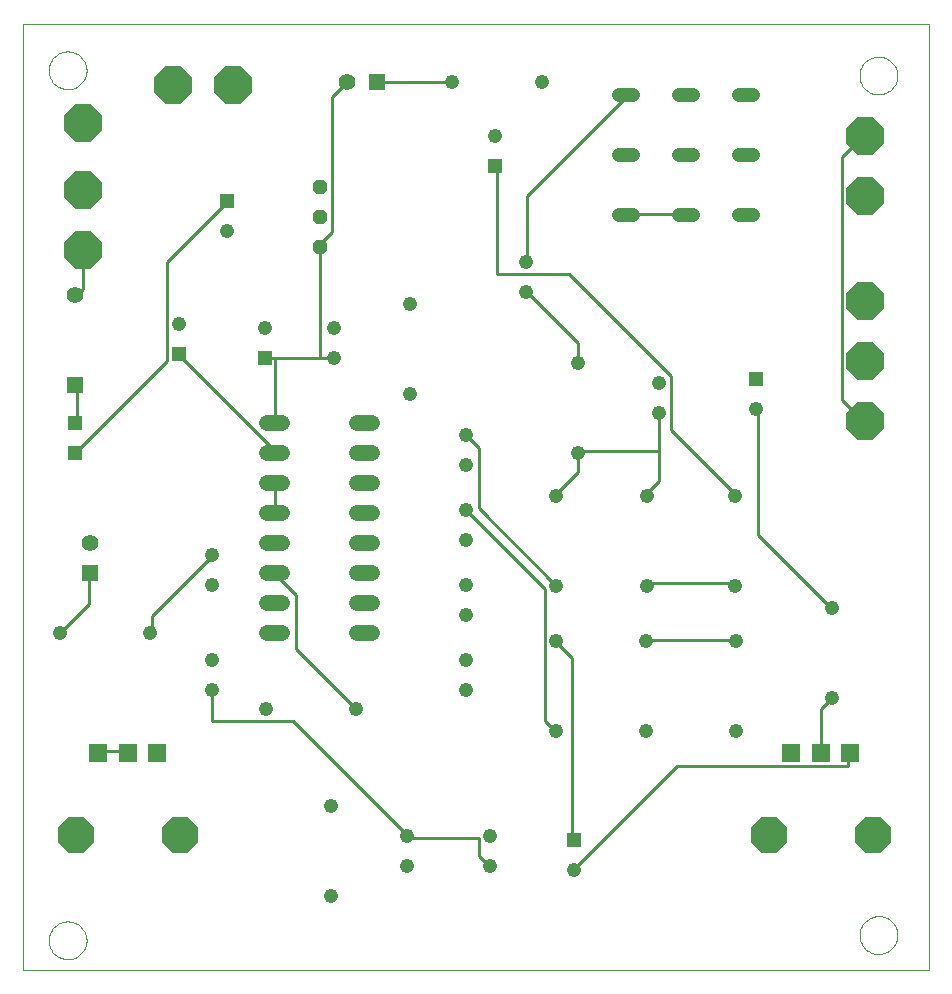
<source format=gtl>
G75*
G70*
%OFA0B0*%
%FSLAX24Y24*%
%IPPOS*%
%LPD*%
%AMOC8*
5,1,8,0,0,1.08239X$1,22.5*
%
%ADD10C,0.0000*%
%ADD11C,0.0520*%
%ADD12C,0.0476*%
%ADD13R,0.0594X0.0594*%
%ADD14OC8,0.1181*%
%ADD15R,0.0476X0.0476*%
%ADD16OC8,0.1250*%
%ADD17OC8,0.0476*%
%ADD18R,0.0554X0.0554*%
%ADD19C,0.0554*%
%ADD20C,0.0476*%
%ADD21C,0.0100*%
D10*
X000101Y000101D02*
X000101Y031647D01*
X030321Y031647D01*
X030321Y000101D01*
X000101Y000101D01*
X000971Y001101D02*
X000973Y001151D01*
X000979Y001201D01*
X000989Y001250D01*
X001003Y001298D01*
X001020Y001345D01*
X001041Y001390D01*
X001066Y001434D01*
X001094Y001475D01*
X001126Y001514D01*
X001160Y001551D01*
X001197Y001585D01*
X001237Y001615D01*
X001279Y001642D01*
X001323Y001666D01*
X001369Y001687D01*
X001416Y001703D01*
X001464Y001716D01*
X001514Y001725D01*
X001563Y001730D01*
X001614Y001731D01*
X001664Y001728D01*
X001713Y001721D01*
X001762Y001710D01*
X001810Y001695D01*
X001856Y001677D01*
X001901Y001655D01*
X001944Y001629D01*
X001985Y001600D01*
X002024Y001568D01*
X002060Y001533D01*
X002092Y001495D01*
X002122Y001455D01*
X002149Y001412D01*
X002172Y001368D01*
X002191Y001322D01*
X002207Y001274D01*
X002219Y001225D01*
X002227Y001176D01*
X002231Y001126D01*
X002231Y001076D01*
X002227Y001026D01*
X002219Y000977D01*
X002207Y000928D01*
X002191Y000880D01*
X002172Y000834D01*
X002149Y000790D01*
X002122Y000747D01*
X002092Y000707D01*
X002060Y000669D01*
X002024Y000634D01*
X001985Y000602D01*
X001944Y000573D01*
X001901Y000547D01*
X001856Y000525D01*
X001810Y000507D01*
X001762Y000492D01*
X001713Y000481D01*
X001664Y000474D01*
X001614Y000471D01*
X001563Y000472D01*
X001514Y000477D01*
X001464Y000486D01*
X001416Y000499D01*
X001369Y000515D01*
X001323Y000536D01*
X001279Y000560D01*
X001237Y000587D01*
X001197Y000617D01*
X001160Y000651D01*
X001126Y000688D01*
X001094Y000727D01*
X001066Y000768D01*
X001041Y000812D01*
X001020Y000857D01*
X001003Y000904D01*
X000989Y000952D01*
X000979Y001001D01*
X000973Y001051D01*
X000971Y001101D01*
X000971Y030101D02*
X000973Y030151D01*
X000979Y030201D01*
X000989Y030250D01*
X001003Y030298D01*
X001020Y030345D01*
X001041Y030390D01*
X001066Y030434D01*
X001094Y030475D01*
X001126Y030514D01*
X001160Y030551D01*
X001197Y030585D01*
X001237Y030615D01*
X001279Y030642D01*
X001323Y030666D01*
X001369Y030687D01*
X001416Y030703D01*
X001464Y030716D01*
X001514Y030725D01*
X001563Y030730D01*
X001614Y030731D01*
X001664Y030728D01*
X001713Y030721D01*
X001762Y030710D01*
X001810Y030695D01*
X001856Y030677D01*
X001901Y030655D01*
X001944Y030629D01*
X001985Y030600D01*
X002024Y030568D01*
X002060Y030533D01*
X002092Y030495D01*
X002122Y030455D01*
X002149Y030412D01*
X002172Y030368D01*
X002191Y030322D01*
X002207Y030274D01*
X002219Y030225D01*
X002227Y030176D01*
X002231Y030126D01*
X002231Y030076D01*
X002227Y030026D01*
X002219Y029977D01*
X002207Y029928D01*
X002191Y029880D01*
X002172Y029834D01*
X002149Y029790D01*
X002122Y029747D01*
X002092Y029707D01*
X002060Y029669D01*
X002024Y029634D01*
X001985Y029602D01*
X001944Y029573D01*
X001901Y029547D01*
X001856Y029525D01*
X001810Y029507D01*
X001762Y029492D01*
X001713Y029481D01*
X001664Y029474D01*
X001614Y029471D01*
X001563Y029472D01*
X001514Y029477D01*
X001464Y029486D01*
X001416Y029499D01*
X001369Y029515D01*
X001323Y029536D01*
X001279Y029560D01*
X001237Y029587D01*
X001197Y029617D01*
X001160Y029651D01*
X001126Y029688D01*
X001094Y029727D01*
X001066Y029768D01*
X001041Y029812D01*
X001020Y029857D01*
X001003Y029904D01*
X000989Y029952D01*
X000979Y030001D01*
X000973Y030051D01*
X000971Y030101D01*
X027996Y029926D02*
X027998Y029976D01*
X028004Y030026D01*
X028014Y030075D01*
X028028Y030123D01*
X028045Y030170D01*
X028066Y030215D01*
X028091Y030259D01*
X028119Y030300D01*
X028151Y030339D01*
X028185Y030376D01*
X028222Y030410D01*
X028262Y030440D01*
X028304Y030467D01*
X028348Y030491D01*
X028394Y030512D01*
X028441Y030528D01*
X028489Y030541D01*
X028539Y030550D01*
X028588Y030555D01*
X028639Y030556D01*
X028689Y030553D01*
X028738Y030546D01*
X028787Y030535D01*
X028835Y030520D01*
X028881Y030502D01*
X028926Y030480D01*
X028969Y030454D01*
X029010Y030425D01*
X029049Y030393D01*
X029085Y030358D01*
X029117Y030320D01*
X029147Y030280D01*
X029174Y030237D01*
X029197Y030193D01*
X029216Y030147D01*
X029232Y030099D01*
X029244Y030050D01*
X029252Y030001D01*
X029256Y029951D01*
X029256Y029901D01*
X029252Y029851D01*
X029244Y029802D01*
X029232Y029753D01*
X029216Y029705D01*
X029197Y029659D01*
X029174Y029615D01*
X029147Y029572D01*
X029117Y029532D01*
X029085Y029494D01*
X029049Y029459D01*
X029010Y029427D01*
X028969Y029398D01*
X028926Y029372D01*
X028881Y029350D01*
X028835Y029332D01*
X028787Y029317D01*
X028738Y029306D01*
X028689Y029299D01*
X028639Y029296D01*
X028588Y029297D01*
X028539Y029302D01*
X028489Y029311D01*
X028441Y029324D01*
X028394Y029340D01*
X028348Y029361D01*
X028304Y029385D01*
X028262Y029412D01*
X028222Y029442D01*
X028185Y029476D01*
X028151Y029513D01*
X028119Y029552D01*
X028091Y029593D01*
X028066Y029637D01*
X028045Y029682D01*
X028028Y029729D01*
X028014Y029777D01*
X028004Y029826D01*
X027998Y029876D01*
X027996Y029926D01*
X027996Y001276D02*
X027998Y001326D01*
X028004Y001376D01*
X028014Y001425D01*
X028028Y001473D01*
X028045Y001520D01*
X028066Y001565D01*
X028091Y001609D01*
X028119Y001650D01*
X028151Y001689D01*
X028185Y001726D01*
X028222Y001760D01*
X028262Y001790D01*
X028304Y001817D01*
X028348Y001841D01*
X028394Y001862D01*
X028441Y001878D01*
X028489Y001891D01*
X028539Y001900D01*
X028588Y001905D01*
X028639Y001906D01*
X028689Y001903D01*
X028738Y001896D01*
X028787Y001885D01*
X028835Y001870D01*
X028881Y001852D01*
X028926Y001830D01*
X028969Y001804D01*
X029010Y001775D01*
X029049Y001743D01*
X029085Y001708D01*
X029117Y001670D01*
X029147Y001630D01*
X029174Y001587D01*
X029197Y001543D01*
X029216Y001497D01*
X029232Y001449D01*
X029244Y001400D01*
X029252Y001351D01*
X029256Y001301D01*
X029256Y001251D01*
X029252Y001201D01*
X029244Y001152D01*
X029232Y001103D01*
X029216Y001055D01*
X029197Y001009D01*
X029174Y000965D01*
X029147Y000922D01*
X029117Y000882D01*
X029085Y000844D01*
X029049Y000809D01*
X029010Y000777D01*
X028969Y000748D01*
X028926Y000722D01*
X028881Y000700D01*
X028835Y000682D01*
X028787Y000667D01*
X028738Y000656D01*
X028689Y000649D01*
X028639Y000646D01*
X028588Y000647D01*
X028539Y000652D01*
X028489Y000661D01*
X028441Y000674D01*
X028394Y000690D01*
X028348Y000711D01*
X028304Y000735D01*
X028262Y000762D01*
X028222Y000792D01*
X028185Y000826D01*
X028151Y000863D01*
X028119Y000902D01*
X028091Y000943D01*
X028066Y000987D01*
X028045Y001032D01*
X028028Y001079D01*
X028014Y001127D01*
X028004Y001176D01*
X027998Y001226D01*
X027996Y001276D01*
D11*
X011761Y011351D02*
X011241Y011351D01*
X011241Y012351D02*
X011761Y012351D01*
X011761Y013351D02*
X011241Y013351D01*
X011241Y014351D02*
X011761Y014351D01*
X011761Y015351D02*
X011241Y015351D01*
X011241Y016351D02*
X011761Y016351D01*
X011761Y017351D02*
X011241Y017351D01*
X011241Y018351D02*
X011761Y018351D01*
X008761Y018351D02*
X008241Y018351D01*
X008241Y017351D02*
X008761Y017351D01*
X008761Y016351D02*
X008241Y016351D01*
X008241Y015351D02*
X008761Y015351D01*
X008761Y014351D02*
X008241Y014351D01*
X008241Y013351D02*
X008761Y013351D01*
X008761Y012351D02*
X008241Y012351D01*
X008241Y011351D02*
X008761Y011351D01*
D12*
X006401Y010451D03*
X006401Y009451D03*
X008201Y008801D03*
X011201Y008801D03*
X010376Y005576D03*
X012901Y004576D03*
X012901Y003576D03*
X010376Y002576D03*
X015676Y003576D03*
X015676Y004576D03*
X018476Y003451D03*
X017876Y008076D03*
X017876Y011076D03*
X017876Y012926D03*
X017876Y015926D03*
X018626Y017351D03*
X020901Y015926D03*
X021326Y018676D03*
X021326Y019676D03*
X018626Y020351D03*
X016876Y022701D03*
X016876Y023701D03*
X015851Y027901D03*
X014426Y029701D03*
X017426Y029701D03*
X013001Y022326D03*
X010476Y021501D03*
X010476Y020501D03*
X008176Y021501D03*
X005301Y021651D03*
X006926Y024751D03*
X013001Y019326D03*
X014876Y017951D03*
X014876Y016951D03*
X014876Y015451D03*
X014876Y014451D03*
X014876Y012951D03*
X014876Y011951D03*
X014876Y010451D03*
X014876Y009451D03*
X020876Y008076D03*
X020876Y011076D03*
X020901Y012926D03*
X023851Y012926D03*
X023876Y011076D03*
X023876Y008076D03*
X027076Y009176D03*
X027076Y012176D03*
X023851Y015926D03*
X024551Y018826D03*
X006401Y013951D03*
X006401Y012951D03*
X004351Y011351D03*
X001351Y011351D03*
D13*
X002617Y007357D03*
X003601Y007357D03*
X004585Y007357D03*
X025717Y007357D03*
X026701Y007357D03*
X027685Y007357D03*
D14*
X028433Y004601D03*
X024969Y004601D03*
X005333Y004601D03*
X001869Y004601D03*
D15*
X001851Y017351D03*
X001851Y018351D03*
X005301Y020651D03*
X008176Y020501D03*
X006926Y025751D03*
X015851Y026901D03*
X024551Y019826D03*
X018476Y004451D03*
D16*
X028176Y018401D03*
X028176Y020401D03*
X028176Y022401D03*
X028176Y025901D03*
X028176Y027901D03*
X007101Y029601D03*
X005101Y029601D03*
X002101Y028351D03*
X002101Y026101D03*
X002101Y024101D03*
D17*
X010001Y024226D03*
X010001Y025226D03*
X010001Y026226D03*
D18*
X011926Y029701D03*
X001851Y019601D03*
X002351Y013351D03*
D19*
X002351Y014351D03*
X001851Y022601D03*
X010926Y029701D03*
D20*
X019963Y029276D02*
X020439Y029276D01*
X021963Y029276D02*
X022439Y029276D01*
X023963Y029276D02*
X024439Y029276D01*
X024439Y027276D02*
X023963Y027276D01*
X022439Y027276D02*
X021963Y027276D01*
X020439Y027276D02*
X019963Y027276D01*
X019963Y025276D02*
X020439Y025276D01*
X021963Y025276D02*
X022439Y025276D01*
X023963Y025276D02*
X024439Y025276D01*
D21*
X022201Y025301D02*
X022201Y025276D01*
X022201Y025301D02*
X020201Y025301D01*
X020201Y025276D01*
X018301Y023301D02*
X015901Y023301D01*
X015901Y026901D01*
X015851Y026901D01*
X016901Y025901D02*
X016901Y023701D01*
X016876Y023701D01*
X016876Y022701D02*
X016901Y022701D01*
X018601Y021001D01*
X018601Y020401D01*
X018626Y020351D01*
X018301Y023301D02*
X021701Y019901D01*
X021701Y018101D01*
X023801Y016001D01*
X023851Y015926D01*
X024601Y014601D02*
X024601Y018801D01*
X024551Y018826D01*
X027401Y019101D02*
X028101Y018401D01*
X028176Y018401D01*
X027401Y019101D02*
X027401Y027201D01*
X028101Y027901D01*
X028176Y027901D01*
X020201Y029201D02*
X020201Y029276D01*
X020201Y029201D02*
X016901Y025901D01*
X014426Y029701D02*
X011926Y029701D01*
X010926Y029701D02*
X010901Y029701D01*
X010401Y029201D01*
X010401Y024701D01*
X010001Y024301D01*
X010001Y024226D01*
X010001Y020501D01*
X010476Y020501D01*
X010001Y020501D02*
X008501Y020501D01*
X008501Y018351D01*
X008501Y017401D02*
X008501Y017351D01*
X008501Y017401D02*
X005301Y020601D01*
X005301Y020651D01*
X004901Y020401D02*
X001851Y017351D01*
X001851Y018351D02*
X001901Y018401D01*
X001901Y019601D01*
X001851Y019601D01*
X001851Y022601D02*
X001901Y022601D01*
X002101Y022801D01*
X002101Y024101D01*
X004901Y023701D02*
X004901Y020401D01*
X004901Y023701D02*
X006901Y025701D01*
X006926Y025751D01*
X008176Y020501D02*
X008501Y020501D01*
X008501Y016351D02*
X008501Y015351D01*
X008501Y013351D02*
X008501Y013301D01*
X009201Y012601D01*
X009201Y010801D01*
X011201Y008801D01*
X009101Y008401D02*
X006401Y008401D01*
X006401Y009451D01*
X004401Y011401D02*
X004401Y011901D01*
X006401Y013901D01*
X006401Y013951D01*
X004401Y011401D02*
X004351Y011351D01*
X002301Y012301D02*
X001351Y011351D01*
X002301Y012301D02*
X002301Y013301D01*
X002351Y013351D01*
X002701Y007401D02*
X002617Y007357D01*
X002701Y007401D02*
X003601Y007401D01*
X003601Y007357D01*
X009101Y008401D02*
X012901Y004601D01*
X012901Y004576D01*
X012901Y004501D01*
X015301Y004501D01*
X015301Y003901D01*
X015601Y003601D01*
X015676Y003576D01*
X018476Y003451D02*
X018501Y003501D01*
X021901Y006901D01*
X027601Y006901D01*
X027601Y007301D01*
X027685Y007357D01*
X026701Y007357D02*
X026701Y008801D01*
X027076Y009176D01*
X027076Y012176D02*
X027001Y012201D01*
X024601Y014601D01*
X023801Y013001D02*
X023851Y012926D01*
X023801Y013001D02*
X020901Y013001D01*
X020901Y012926D01*
X020901Y011101D02*
X020876Y011076D01*
X020901Y011101D02*
X023801Y011101D01*
X023876Y011076D01*
X020901Y015926D02*
X020901Y016001D01*
X021301Y016401D01*
X021301Y017401D01*
X018701Y017401D01*
X018626Y017351D01*
X018601Y017301D01*
X018601Y016701D01*
X017901Y016001D01*
X017876Y015926D01*
X015301Y015501D02*
X017876Y012926D01*
X017501Y012801D02*
X017501Y008401D01*
X017801Y008101D01*
X017876Y008076D01*
X018401Y010501D02*
X018401Y004501D01*
X018476Y004451D01*
X018401Y010501D02*
X017901Y011001D01*
X017876Y011076D01*
X017501Y012801D02*
X014901Y015401D01*
X014876Y015451D01*
X015301Y015501D02*
X015301Y017501D01*
X014901Y017901D01*
X014876Y017951D01*
X021301Y017401D02*
X021301Y018601D01*
X021326Y018676D01*
M02*

</source>
